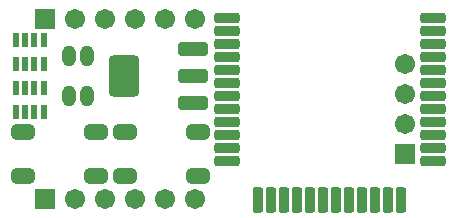
<source format=gts>
%FSAX24Y24*%
%MOIN*%
G70*
G01*
G75*
G04 Layer_Color=8388736*
G04:AMPARAMS|DCode=10|XSize=70.9mil|YSize=43.3mil|CornerRadius=10.8mil|HoleSize=0mil|Usage=FLASHONLY|Rotation=0.000|XOffset=0mil|YOffset=0mil|HoleType=Round|Shape=RoundedRectangle|*
%AMROUNDEDRECTD10*
21,1,0.0709,0.0217,0,0,0.0*
21,1,0.0492,0.0433,0,0,0.0*
1,1,0.0217,0.0246,-0.0108*
1,1,0.0217,-0.0246,-0.0108*
1,1,0.0217,-0.0246,0.0108*
1,1,0.0217,0.0246,0.0108*
%
%ADD10ROUNDEDRECTD10*%
%ADD11O,0.0374X0.0630*%
%ADD12R,0.0134X0.0394*%
G04:AMPARAMS|DCode=13|XSize=27.6mil|YSize=78.7mil|CornerRadius=6.9mil|HoleSize=0mil|Usage=FLASHONLY|Rotation=270.000|XOffset=0mil|YOffset=0mil|HoleType=Round|Shape=RoundedRectangle|*
%AMROUNDEDRECTD13*
21,1,0.0276,0.0650,0,0,270.0*
21,1,0.0138,0.0787,0,0,270.0*
1,1,0.0138,-0.0325,-0.0069*
1,1,0.0138,-0.0325,0.0069*
1,1,0.0138,0.0325,0.0069*
1,1,0.0138,0.0325,-0.0069*
%
%ADD13ROUNDEDRECTD13*%
G04:AMPARAMS|DCode=14|XSize=27.6mil|YSize=78.7mil|CornerRadius=6.9mil|HoleSize=0mil|Usage=FLASHONLY|Rotation=0.000|XOffset=0mil|YOffset=0mil|HoleType=Round|Shape=RoundedRectangle|*
%AMROUNDEDRECTD14*
21,1,0.0276,0.0650,0,0,0.0*
21,1,0.0138,0.0787,0,0,0.0*
1,1,0.0138,0.0069,-0.0325*
1,1,0.0138,-0.0069,-0.0325*
1,1,0.0138,-0.0069,0.0325*
1,1,0.0138,0.0069,0.0325*
%
%ADD14ROUNDEDRECTD14*%
G04:AMPARAMS|DCode=15|XSize=39.4mil|YSize=94.5mil|CornerRadius=9.8mil|HoleSize=0mil|Usage=FLASHONLY|Rotation=270.000|XOffset=0mil|YOffset=0mil|HoleType=Round|Shape=RoundedRectangle|*
%AMROUNDEDRECTD15*
21,1,0.0394,0.0748,0,0,270.0*
21,1,0.0197,0.0945,0,0,270.0*
1,1,0.0197,-0.0374,-0.0098*
1,1,0.0197,-0.0374,0.0098*
1,1,0.0197,0.0374,0.0098*
1,1,0.0197,0.0374,-0.0098*
%
%ADD15ROUNDEDRECTD15*%
G04:AMPARAMS|DCode=16|XSize=129.9mil|YSize=94.5mil|CornerRadius=11.8mil|HoleSize=0mil|Usage=FLASHONLY|Rotation=270.000|XOffset=0mil|YOffset=0mil|HoleType=Round|Shape=RoundedRectangle|*
%AMROUNDEDRECTD16*
21,1,0.1299,0.0709,0,0,270.0*
21,1,0.1063,0.0945,0,0,270.0*
1,1,0.0236,-0.0354,-0.0532*
1,1,0.0236,-0.0354,0.0532*
1,1,0.0236,0.0354,0.0532*
1,1,0.0236,0.0354,-0.0532*
%
%ADD16ROUNDEDRECTD16*%
%ADD17C,0.0100*%
%ADD18C,0.0200*%
%ADD19C,0.0591*%
%ADD20R,0.0591X0.0591*%
%ADD21R,0.0591X0.0591*%
%ADD22C,0.0236*%
%ADD23C,0.0098*%
%ADD24C,0.0079*%
G04:AMPARAMS|DCode=25|XSize=78.9mil|YSize=51.3mil|CornerRadius=14.8mil|HoleSize=0mil|Usage=FLASHONLY|Rotation=0.000|XOffset=0mil|YOffset=0mil|HoleType=Round|Shape=RoundedRectangle|*
%AMROUNDEDRECTD25*
21,1,0.0789,0.0217,0,0,0.0*
21,1,0.0492,0.0513,0,0,0.0*
1,1,0.0297,0.0246,-0.0108*
1,1,0.0297,-0.0246,-0.0108*
1,1,0.0297,-0.0246,0.0108*
1,1,0.0297,0.0246,0.0108*
%
%ADD25ROUNDEDRECTD25*%
%ADD26O,0.0454X0.0710*%
%ADD27R,0.0214X0.0474*%
G04:AMPARAMS|DCode=28|XSize=35.6mil|YSize=86.7mil|CornerRadius=10.9mil|HoleSize=0mil|Usage=FLASHONLY|Rotation=270.000|XOffset=0mil|YOffset=0mil|HoleType=Round|Shape=RoundedRectangle|*
%AMROUNDEDRECTD28*
21,1,0.0356,0.0650,0,0,270.0*
21,1,0.0138,0.0867,0,0,270.0*
1,1,0.0218,-0.0325,-0.0069*
1,1,0.0218,-0.0325,0.0069*
1,1,0.0218,0.0325,0.0069*
1,1,0.0218,0.0325,-0.0069*
%
%ADD28ROUNDEDRECTD28*%
G04:AMPARAMS|DCode=29|XSize=35.6mil|YSize=86.7mil|CornerRadius=10.9mil|HoleSize=0mil|Usage=FLASHONLY|Rotation=0.000|XOffset=0mil|YOffset=0mil|HoleType=Round|Shape=RoundedRectangle|*
%AMROUNDEDRECTD29*
21,1,0.0356,0.0650,0,0,0.0*
21,1,0.0138,0.0867,0,0,0.0*
1,1,0.0218,0.0069,-0.0325*
1,1,0.0218,-0.0069,-0.0325*
1,1,0.0218,-0.0069,0.0325*
1,1,0.0218,0.0069,0.0325*
%
%ADD29ROUNDEDRECTD29*%
G04:AMPARAMS|DCode=30|XSize=47.4mil|YSize=102.5mil|CornerRadius=13.8mil|HoleSize=0mil|Usage=FLASHONLY|Rotation=270.000|XOffset=0mil|YOffset=0mil|HoleType=Round|Shape=RoundedRectangle|*
%AMROUNDEDRECTD30*
21,1,0.0474,0.0748,0,0,270.0*
21,1,0.0197,0.1025,0,0,270.0*
1,1,0.0277,-0.0374,-0.0098*
1,1,0.0277,-0.0374,0.0098*
1,1,0.0277,0.0374,0.0098*
1,1,0.0277,0.0374,-0.0098*
%
%ADD30ROUNDEDRECTD30*%
G04:AMPARAMS|DCode=31|XSize=137.9mil|YSize=102.5mil|CornerRadius=15.8mil|HoleSize=0mil|Usage=FLASHONLY|Rotation=270.000|XOffset=0mil|YOffset=0mil|HoleType=Round|Shape=RoundedRectangle|*
%AMROUNDEDRECTD31*
21,1,0.1379,0.0709,0,0,270.0*
21,1,0.1063,0.1025,0,0,270.0*
1,1,0.0316,-0.0354,-0.0532*
1,1,0.0316,-0.0354,0.0532*
1,1,0.0316,0.0354,0.0532*
1,1,0.0316,0.0354,-0.0532*
%
%ADD31ROUNDEDRECTD31*%
%ADD32C,0.0671*%
%ADD33R,0.0671X0.0671*%
%ADD34R,0.0671X0.0671*%
D25*
X028930Y028772D02*
D03*
X031370D02*
D03*
Y030228D02*
D03*
X028930D02*
D03*
X025530Y028772D02*
D03*
X027970D02*
D03*
Y030228D02*
D03*
X025530D02*
D03*
D26*
X027645Y032759D02*
D03*
X027055D02*
D03*
X027645Y031441D02*
D03*
X027055D02*
D03*
D27*
X025907Y030906D02*
D03*
X025593D02*
D03*
X025278D02*
D03*
X026222D02*
D03*
X025278Y031694D02*
D03*
X025593D02*
D03*
X025907D02*
D03*
X026222D02*
D03*
X025907Y032506D02*
D03*
X025593D02*
D03*
X025278D02*
D03*
X026222D02*
D03*
X025278Y033294D02*
D03*
X025593D02*
D03*
X025907D02*
D03*
X026222D02*
D03*
D28*
X032325Y034045D02*
D03*
Y029281D02*
D03*
Y032746D02*
D03*
Y032313D02*
D03*
Y031880D02*
D03*
Y031447D02*
D03*
Y031014D02*
D03*
Y030581D02*
D03*
Y029715D02*
D03*
Y033612D02*
D03*
Y030148D02*
D03*
Y033179D02*
D03*
X039175Y033612D02*
D03*
Y029281D02*
D03*
Y029715D02*
D03*
Y030148D02*
D03*
Y030581D02*
D03*
Y031447D02*
D03*
Y031880D02*
D03*
Y032313D02*
D03*
Y032746D02*
D03*
Y033179D02*
D03*
Y031014D02*
D03*
Y034045D02*
D03*
D29*
X035533Y027982D02*
D03*
X035967D02*
D03*
X034667D02*
D03*
X033368D02*
D03*
X033801D02*
D03*
X034234D02*
D03*
X035100D02*
D03*
X037699D02*
D03*
X038132D02*
D03*
X036833D02*
D03*
X037266D02*
D03*
X036400D02*
D03*
D30*
X031192Y031194D02*
D03*
Y032100D02*
D03*
Y033006D02*
D03*
D31*
X028908Y032100D02*
D03*
D32*
X031250Y028000D02*
D03*
X030250D02*
D03*
X029250D02*
D03*
X028250D02*
D03*
X027250D02*
D03*
X038250Y030500D02*
D03*
Y031500D02*
D03*
Y032500D02*
D03*
X031250Y034000D02*
D03*
X030250D02*
D03*
X029250D02*
D03*
X028250D02*
D03*
X027250D02*
D03*
D33*
X026250Y028000D02*
D03*
Y034000D02*
D03*
D34*
X038250Y029500D02*
D03*
M02*

</source>
